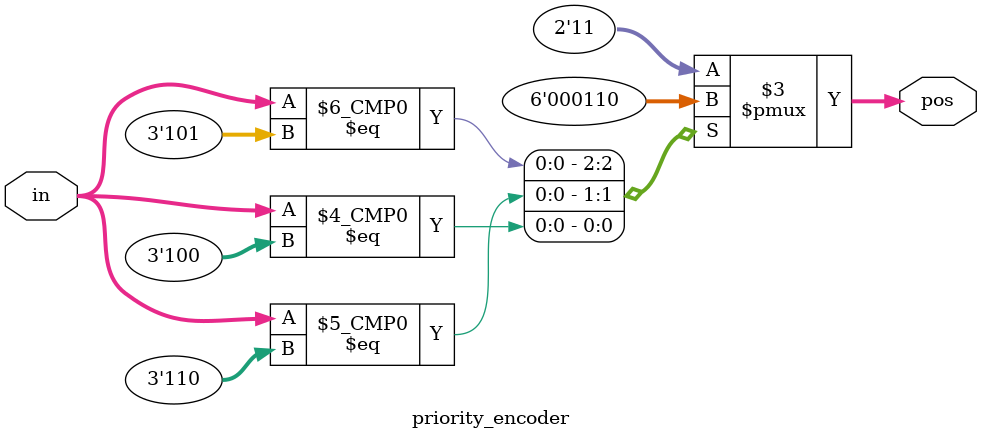
<source format=v>
module priority_encoder( 
input [2:0] in,
output reg [1:0] pos ); 
// When sel=1, assign b to out
always @(*)
begin 
	casex(in) // sel=1 means b
	3'b101: pos=2'd0;
	3'b110: pos=2'd1;
	3'b100: pos=2'd2;
	// don't care for unexpected input
	default: pos=2'd3;
	endcase
end
endmodule

</source>
